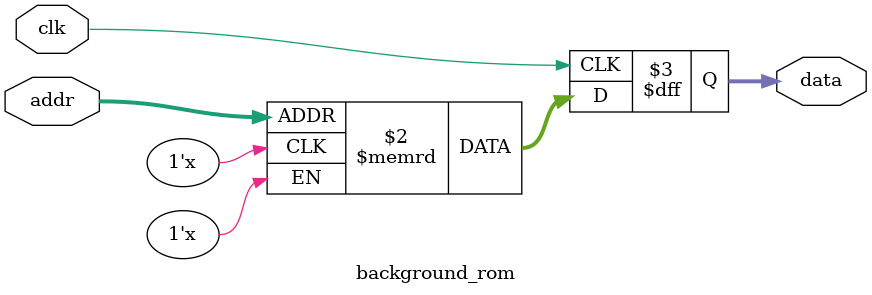
<source format=v>
module master(
   //global inout
   input CLOCK_50, 
   input [3:0] KEY,
   input [0:0] SW,
   output [9:0] LEDR,
   output [6:0] HEX5, HEX4, HEX1, HEX0,

   // VGA out
   output [7:0] VGA_R, VGA_G, VGA_B,
   output VGA_HS, VGA_VS, VGA_BLANK_N, VGA_SYNC_N, VGA_CLK,

   // Audio inout
   input AUD_ADCDAT,
   inout AUD_BCLK, AUD_ADCLRCK, AUD_DACLRCK, FPGA_I2C_SDAT,
   output AUD_XCK, AUD_DACDAT, FPGA_I2C_SCLK
);

   //game resets on negedge SW[0]=0  
   wire reset;
   assign reset = SW[0];
   
   //cross module signals
   wire [3:0] global_box_select;
   wire [3:0] button_on;
   wire [9:0] screen_select;
   assign button_on=KEY;

   //slow clock
   wire slow_clk;
   display_clock displayclock(CLOCK_50, slow_clk);

   //input timer
   wire [31:0] input_timer;

   ////HEX display 
   wire [5:0] high_score;

    // using operators to store tens and ones digit of score 
   wire [3:0] current_tens, current_ones;
   assign current_tens = current_score / 10;
   assign current_ones = current_score % 10;
  
   char_seg7 hex0_disp(.v3(current_ones[3]), .v2(current_ones[2]), .v1(current_ones[1]), .v0(current_ones[0]), .HEX(HEX0));
   char_seg7 hex1_disp(.v3(current_tens[3]), .v2(current_tens[2]), .v1(current_tens[1]), .v0(current_tens[0]), .HEX(HEX1));

   //high score
   wire [5:0] current_score;
   wire [3:0] high_tens, high_ones;
   assign high_tens = high_score / 10;
   assign high_ones = high_score % 10;
  
   char_seg7 hex4_disp(.v3(high_ones[3]), .v2(high_ones[2]), .v1(high_ones[1]), .v0(high_ones[0]), .HEX(HEX4));
   char_seg7 hex5_disp(.v3(high_tens[3]), .v2(high_tens[2]), .v1(high_tens[1]), .v0(high_tens[0]), .HEX(HEX5));

   //game logic module
   simon_game_logic game_logic(
       .CLOCK_50(CLOCK_50),
       .slow_clk(slow_clk),
       .reset(reset),
       .KEY(KEY),
       .button_on(button_on),
       .global_box_select(global_box_select),
       .screen_select(screen_select),
       .LEDR(LEDR),
       .input_timer(input_timer),
       .high_score(high_score),
       .current_score(current_score)
   );

   //VGA display module
   simon_vga_display vga_display(
       .CLOCK_50(CLOCK_50),
       .slow_clk(slow_clk),
       .reset(reset),
       .input_timer(input_timer),
       .global_box_select(global_box_select),
       .screen_select(screen_select),
       .VGA_R(VGA_R),
       .VGA_G(VGA_G),
       .VGA_B(VGA_B),
       .VGA_HS(VGA_HS),
       .VGA_VS(VGA_VS),
       .VGA_BLANK_N(VGA_BLANK_N),
       .VGA_SYNC_N(VGA_SYNC_N),
       .VGA_CLK(VGA_CLK)
   );

   //audio module
   simon_audio_player audio_player(
       .CLOCK_50(CLOCK_50),
       .reset(reset),
       .global_box_select(global_box_select),
       .AUD_ADCDAT(AUD_ADCDAT),
       .AUD_BCLK(AUD_BCLK),
       .AUD_ADCLRCK(AUD_ADCLRCK),
       .AUD_DACLRCK(AUD_DACLRCK),
       .AUD_XCK(AUD_XCK),
       .AUD_DACDAT(AUD_DACDAT)
   );
   avconf #(.USE_MIC_INPUT(1)) avc(
       .FPGA_I2C_SCLK(FPGA_I2C_SCLK),
       .FPGA_I2C_SDAT(FPGA_I2C_SDAT),
       .CLOCK_50(CLOCK_50),
       .reset(reset)
   );
endmodule


//game logic
module simon_game_logic(
   input CLOCK_50,
   input slow_clk,
   input reset,
   input [3:0] KEY,
   input [3:0] button_on,
   output reg [3:0] global_box_select,
   output reg [9:0] screen_select,
   output reg [9:0] LEDR,
   output reg [31:0] input_timer,
   output reg [4:0] high_score,
   output reg [4:0] current_score
);
   // FSM states & state tracker
    reg [9:0] state_current = state_idle;

   localparam state_idle=10'b0000000001;
   localparam state_random=10'b0000000010;
   localparam state_notrandom=10'b0000000100;
   localparam state_display=10'b0000001000;
   localparam state_notdisplay=10'b0000010000;
   localparam state_input=10'b0000100000;
   localparam state_check=10'b0001000000;
   localparam state_over=10'b0010000000;
   localparam state_newround=10'b0100000000;
   localparam state_YOUWIN=10'b1000000000;

    //button states (4 keys in total)
   localparam b_one=2'b00, b_two=2'b01, b_three=2'b10, b_four=2'b11;

    //led states 
   localparam led1=10'b0000000001;
   localparam led2=10'b0000000010;
   localparam led3=10'b0000000100;
   localparam led4=10'b0000001000;
   localparam led_off=10'b1000000000;
   localparam led_win=10'b0101010101;
   localparam led_correct=10'b0000001111;
   localparam led_lose=10'b1111111111;

    // registers for player and computer sequences, and positions
   reg [4:0] disp_pos;
   reg [63:0] computer_seq = 64'b0; //(32 max number of sequences *2 width of button)
   reg [63:0] player_seq = 64'b0;
   reg [4:0] computer_pos;
   reg [4:0] player_pos;
   reg[4:0] game_over_delay;

    //LFSR instantiation for random number generation
   wire [15:0] lfsr;
   randomiser r0(CLOCK_50, reset, lfsr);
   wire [1:0] new_rnd_val;
   assign new_rnd_val = lfsr[1:0];

    //key edge detection 
   reg [3:0] button_pressed_last;
   wire [3:0] button_edge;
 
   assign button_edge[0] = button_on[0] & ~button_pressed_last[0];
   assign button_edge[1] = button_on[1] & ~button_pressed_last[1];
   assign button_edge[2] = button_on[2] & ~button_pressed_last[2];
   assign button_edge[3] = button_on[3] & ~button_pressed_last[3];
 
   wire any_button_edge;
   assign any_button_edge = button_edge[0] | button_edge[1] | button_edge[2] | button_edge[3];
 
   always @(posedge slow_clk or negedge reset) begin
       if (~reset) begin
           button_pressed_last <= 4'b1111; //keys are active low 
       end else begin
           button_pressed_last <= button_on;
       end
   end


   // Main game FSM
   always @(posedge slow_clk or negedge reset) begin
       if (~reset) begin //resets entirely 
           computer_seq <= 64'b0;
           player_seq <= 64'b0;
           computer_pos <= 5'b0;
           player_pos <= 5'b0;
           disp_pos <= 5'b0;
           high_score <= 0;
           LEDR <= led_off;
           global_box_select <= 4'b0000;
           screen_select <= 10'b0000000001;
           input_timer <= 0;
           current_score<=0;
           state_current <= state_idle;
       end else begin
           case (state_current)
               state_idle: begin
                   game_over_delay <= 5'd0; // Reset delay counter
                   screen_select <= 10'b0000000001;

                   if (any_button_edge) begin //only resets subgame -- ie. high score is not reset
                       computer_pos <= 5'b0;
                       computer_seq <= 64'b0;
                       player_seq <= 64'b0;
                       player_pos <= 5'b0;
                       disp_pos <= 5'b0;
                       LEDR <= led_off;
                       input_timer <= 0;
                       current_score<=0;
                       state_current <= state_random;
                       global_box_select <= 4'b0000;
                       screen_select <= 10'b0000000000;
                   end
               end
             
               state_random: begin //samples rng and adds to sequence at current position
                   computer_seq[computer_pos*2+:2] <= new_rnd_val;
                   computer_pos <= computer_pos + 1'b1;
                   state_current <= state_notrandom;
               end

               state_notrandom: begin
                   LEDR <= led_off;
                   disp_pos <= 5'b0;
                   state_current <= state_display;
               end

               state_display: begin //display the computer generated sequence
                   case (computer_seq[disp_pos*2+:2])
                       b_one: begin
                           LEDR <= led1;
                           global_box_select <= 4'b1000;
                       end
                       b_two: begin
                           LEDR <= led2;
                           global_box_select <= 4'b0100;
                       end
                       b_three: begin
                           LEDR <= led3;
                           global_box_select <= 4'b0010;
                       end
                       b_four: begin
                           LEDR <= led4;
                           global_box_select <= 4'b0001;
                       end
                   endcase
                   disp_pos <= disp_pos + 1'b1;  //keep track of how many have been displayed
                   state_current <= state_notdisplay;
               end

               state_notdisplay: begin 
                   LEDR <= led_off;
                   global_box_select <= 4'b0000;
                   if (disp_pos >= computer_pos) begin
                       input_timer <= 0;
                       state_current <= state_input; // if all has been displayed, move to get user input
                   end else begin
                       state_current <= state_display; //checks if all of the sequence has been displayed
                   end
               end

               state_input: begin
                   case (1'b1) //adds user input to player sequence and keeps position
                       button_edge[0]: begin 
                           player_seq[player_pos*2+:2] <= b_one;
                           player_pos <= player_pos + 1'b1;
                           LEDR <= led1;
                       end
                       button_edge[1]: begin
                           player_seq[player_pos*2+:2] <= b_two;
                           player_pos <= player_pos + 1'b1;
                           LEDR <= led2;
                       end
                       button_edge[2]: begin
                           player_seq[player_pos*2+:2] <= b_three;
                           player_pos <= player_pos + 1'b1;
                           LEDR <= led3;
                       end
                       button_edge[3]: begin
                           player_seq[player_pos*2+:2] <= b_four;
                           player_pos <= player_pos + 1'b1;
                           LEDR <= led4;
                       end
                   endcase


                   //box and audio peripheral signals via physical hold
                   if (~KEY[0]) begin
                       global_box_select <= 4'b1000;
                   end else if (~KEY[1]) begin
                       global_box_select <= 4'b0100;
                   end else if (~KEY[2]) begin
                       global_box_select <= 4'b0010;
                   end else if (~KEY[3]) begin
                       global_box_select <= 4'b0001;
                   end else begin
                       global_box_select <= 4'b0000;
                   end

                   input_timer<=input_timer+1; //increment timer until user reaches number of seq
             
                   if (player_pos >= computer_pos) begin
                       state_current <= state_check;
                       global_box_select <= 4'b0000;
                   end
                 
                   if (input_timer >= 32'd15) begin //counts to 14s(15*2*.4s) before terminating
                       state_current<=state_over;
                       screen_select <= 10'b0010000000; //display game over screen 
                   end
               end


               state_check: begin //check that player sequence is equal to computer sequence 
                   if (computer_pos == 0) begin
                       state_current <= state_random;
                   end else if (computer_pos == 32 && computer_seq == player_seq) begin
                       state_current <= state_YOUWIN; //user reached end
                   end else if (computer_seq == player_seq) begin
                       LEDR <= led_correct;
                       current_score <= computer_pos;
                       if(computer_pos>=high_score) begin //check if user has beat highscore 
                           high_score<=computer_pos;
                       end
                       state_current <= state_newround; // game continues - moving to add next sequence 
                   end else begin
                       state_current <= state_over; 
                       screen_select <= 10'b0010000000;
                   end
               end

               state_YOUWIN: begin
                   state_current <= state_idle;
                   LEDR <= led_win;
                   global_box_select <= 4'b0000;
                   screen_select <= 10'b0000000001;
               end
             
               state_over: begin
                   screen_select <= 10'b0010000000;
                   state_current <= state_idle;
                   LEDR <= led_lose;
                   global_box_select <= 4'b0000;
              
               // need delay because state switches almost instantaneously
                   if (game_over_delay >= 5'd40) begin // Show for ~6 seconds (20 * 0.3s)
                       game_over_delay <= 5'd0;
                       state_current <= state_idle;
                   end else begin
                       game_over_delay <= game_over_delay + 1;
                   end
               end

               state_newround: begin
                   LEDR <= led_off;
                   player_seq <= 64'b0;
                   player_pos <= 5'b0;
                   input_timer <= 0;
                   state_current <= state_random;
                   global_box_select <= 4'b0000;
               end


               default: begin
                   state_current <= state_idle;
                   global_box_select <= 4'b0000;
                   screen_select <= 10'b0000000001;
               end
           endcase
       end
   end
endmodule


//GRAPHICS
module simon_vga_display(
   input CLOCK_50,
   input slow_clk,
   input reset,
   input [31:0] input_timer,
   input [3:0] global_box_select,
   input [9:0] screen_select,
   output [7:0] VGA_R, VGA_G, VGA_B,
   output VGA_HS, VGA_VS, VGA_BLANK_N, VGA_SYNC_N, VGA_CLK
);

   parameter nX = 8;
   parameter nY = 8;
   parameter BOX_SIZE_X = 10'd50;
   parameter BOX_SIZE_Y = 9'd50;

   // screen drawing state
   reg draw_full_screen;
   reg [7:0] screen_x_counter;
   reg [6:0] screen_y_counter;
   reg screen_draw_done; // T or F
   reg [9:0] last_state;

    // Detect state changes
    always @(posedge CLOCK_50) begin
        if (~reset) begin
            last_state <= 10'b0000000001;
            draw_full_screen <= 1'b1;  // Draw full screen on reset
            screen_draw_done <= 1'b0;
        end else begin
            last_state <= screen_select;
        
            // Trigger full screen draw when state changes
            if (last_state != screen_select) begin
            draw_full_screen <= 1'b1;
            screen_draw_done <= 1'b0;
            screen_x_counter <= 8'd0;
            screen_y_counter <= 7'd0;
            end
        
            // Full screen drawing logic
            if (draw_full_screen && !screen_draw_done) begin
                if (screen_x_counter == 8'd159) begin
                    screen_x_counter <= 8'd0;
                    if (screen_y_counter == 7'd119) begin
                    screen_draw_done <= 1'b1;
                    draw_full_screen <= 1'b0;
                    end else begin
                    screen_y_counter <= screen_y_counter + 1'b1;
                    end
                end else begin
                    screen_x_counter <= screen_x_counter + 1'b1;
                end
            end
        end
    end

   wire [14:0] pixel_addr;
   wire [5:0] idle_pixel;
   wire [5:0] over_pixel;

   // Select pixel address based on mode
   wire [14:0] screen_pixel_addr;
   wire [14:0] box_pixel_addr;
   assign screen_pixel_addr = screen_y_counter * 160 + screen_x_counter;

   background_rom new_game_background_inst (
   .clk(CLOCK_50),
   .addr(draw_full_screen ? screen_pixel_addr : box_pixel_addr),
   .data(idle_pixel)
   );
   defparam new_game_background_inst.INIT_FILE = "new_game_background_inst.mif";
   background_rom game_over_background_inst (
   .clk(CLOCK_50),
   .addr(draw_full_screen ? screen_pixel_addr : box_pixel_addr),
   .data(over_pixel)
   );
   defparam game_over_background_inst.INIT_FILE = "game_over_background_inst.mif";

   reg [5:0] background_pixel;

   // Select background based on state
   always @(*) begin
       if (screen_select == 10'b0000000001)
           background_pixel = idle_pixel;   // start screen in state_idle
       else if (screen_select == 10'b0010000000)
           background_pixel = over_pixel; // end screen in state_over
       else
           background_pixel = 6'd0;  // Black during gameplay
   end

   parameter X1 = 50, Y1 = 30, COLOR1 = 6'b100000, COLOR1b = 6'b110101;//red, top left, key0
   parameter X2 = 110, Y2 = 30, COLOR2 = 6'b001000, COLOR2b = 6'b011101;//green, top right, key1
   parameter X3 = 50, Y3 = 90, COLOR3 = 6'b000010, COLOR3b = 6'b010111;//blue, bottom left, key 3
   parameter X4 = 110, Y4 = 90, COLOR4 = 6'b101000, COLOR4b = 6'b111101;//yellow, bottom right, key 2


   // FSM combinational logic
   localparam A=2'b00, B=2'b01, C=2'b10, D=2'b11;


   //timer indicator
   parameter X5 = 150, Y5 = 10;        
   parameter timer_size_x = 10'd9;    
   parameter timer_size_y = 9'd9;


   reg [5:0] timer_color;
   always @(posedge slow_clk or negedge reset) begin
       if(~reset)
           timer_color<=6'b111111;
       else if (input_timer < 3)
           timer_color <= 6'b001000;  //green
       else if (input_timer < 7)
           timer_color <= 6'b111101;   //yellow
       else if (input_timer < 12)
           timer_color <= 6'b111000;  //orange
       else
           timer_color <= 6'b100000;  //red
   end

   reg [2:0] box_select = 0;
   reg [1:0] y_Q, Y_D;
   reg [5:0] color;
   reg [nX-1:0] X;
   reg [nY-1:0] Y;
   reg [nX-1:0] current_size_x;
   reg [nY-1:0] current_size_y;

   // Clock domain crossing synchronizer
   reg [3:0] global_box_select_syncing;
   reg [3:0] global_box_select_synced;


    always @(posedge CLOCK_50) begin
        if (~reset || draw_full_screen || box_select >= 5) begin
            box_select <= 0;
        end else if (y_Q == D) begin
            box_select <= box_select + 1;
        end
    end

   //make indicator only flash every other slow clk cycle
   reg flash;
   always @(posedge slow_clk or negedge reset) begin
       if (~reset)
           flash<= 1'b0;
       else
           flash<= ~flash;
   end


   always @(posedge CLOCK_50 or negedge reset) begin
       if (~reset) begin
           global_box_select_syncing <= 4'b0000;
           global_box_select_synced <= 4'b0000;
           X <= X1;
           Y <= Y1;
           color <= COLOR1;
       end else begin
           global_box_select_syncing <= global_box_select;
           global_box_select_synced <= global_box_select_syncing;


           case (box_select)
               3'd0: begin
                   X <= X1; Y <= Y1;
                   color <= (global_box_select_synced == 4'b0001) ? COLOR1b : COLOR1;
                   current_size_x <= BOX_SIZE_X;
                   current_size_y <= BOX_SIZE_Y;
               end
               3'd1: begin
                   X <= X2; Y <= Y2;
                   color <= (global_box_select_synced == 4'b0010) ? COLOR2b : COLOR2;
                   current_size_x <= BOX_SIZE_X;
                   current_size_y <= BOX_SIZE_Y;
               end
               3'd2: begin
                   X <= X3; Y <= Y3;
                   color = (global_box_select_synced == 4'b0100) ? COLOR3b : COLOR3;
                   current_size_x <= BOX_SIZE_X;
                   current_size_y <= BOX_SIZE_Y;
               end
               3'd3: begin
                   X <= X4; Y <= Y4;
                   color = (global_box_select_synced == 4'b1000) ? COLOR4b : COLOR4;
                   current_size_x <= BOX_SIZE_X;
                   current_size_y <= BOX_SIZE_Y;
               end
               3'd4: begin
                   X <= X5; Y <= Y5;
                   color <= flash? timer_color: 6'b000000;  // Flash on/off
                   current_size_x <= timer_size_x;
                   current_size_y <= timer_size_y;
               end
       endcase
       end
   end

   wire go = 1'b1;
   wire [nX-1:0] size_x = current_size_x;
   wire [nY-1:0] size_y = current_size_y;
   wire [nX-1:0] XC;
   wire [nY-1:0] YC;
   wire [nX-1:0] current_x;
   wire [nY-1:0] current_y;

   assign current_x = X - (size_x >> 1) + XC;
   assign current_y = Y - (size_y >> 1) + YC;
   assign box_pixel_addr = current_y * 160 + current_x;

   reg write, Lxc, Lyc, Exc, Eyc;

   // Output to VGA - choose between full screen draw or box draw
   wire [7:0] vga_x_out;
   wire [6:0] vga_y_out;
   wire [5:0] vga_color_out;
   wire vga_write_out;

   assign vga_x_out = draw_full_screen ? screen_x_counter : current_x;
   assign vga_y_out = draw_full_screen ? screen_y_counter : current_y;
   assign vga_color_out = draw_full_screen ? background_pixel : (write ? color : background_pixel);
   assign vga_write_out = draw_full_screen ? 1'b1 : write;


   Up_count U1 ({nX{1'd0}}, CLOCK_50, reset, Lxc, Exc, XC);
       defparam U1.n = nX;
   Up_count U2 ({nY{1'd0}}, CLOCK_50, reset, Lyc, Eyc, YC);
       defparam U2.n = nY;

   always @ (*)
       case (y_Q)
           A:  Y_D = go ? B : A;
           B:  Y_D = (XC != size_x-1) ? B : C;
           C:  Y_D = (YC != size_y-1) ? B : D;
           D:  Y_D = A;
       endcase
     
   always @ (*) begin
       write = 1'b0; Lxc = 1'b0; Lyc = 1'b0; Exc = 1'b0; Eyc = 1'b0;  
       // Only draw boxes if NOT drawing full screen AND NOT in idle/game over states
       if (!draw_full_screen && screen_select != 10'b0000000001 && screen_select != 10'b0010000000)
        begin // Not game over
        case (y_Q)
            A:  begin Lxc = 1'b1; Lyc = 1'b1; end
            B:  begin Exc = 1'b1; write = 1'b1; end
            C:  begin Lxc = 1'b1; Eyc = 1'b1; end
            D:  Lyc = 1'b1;
        endcase
        end
    end

   always @(posedge CLOCK_50 or negedge reset) begin
       if (~reset) begin
           y_Q <= A;
       end else if (draw_full_screen) begin
         y_Q <= A;
       end else begin
           y_Q <= Y_D;
       end
   end
  
      vga_adapter vga(
       .resetn(reset),
       .clock(CLOCK_50),
       .color(vga_color_out),  // not sure if this will mess smth up
       .x(vga_x_out),
       .y(vga_y_out),
       .write(vga_write_out),  // also not sure if this will work
       .VGA_R(VGA_R),
       .VGA_G(VGA_G),
       .VGA_B(VGA_B),
       .VGA_HS(VGA_HS),
       .VGA_VS(VGA_VS),
       .VGA_BLANK_N(VGA_BLANK_N),
       .VGA_SYNC_N(VGA_SYNC_N),
       .VGA_CLK(VGA_CLK)
   );
endmodule


//AUDIO
module simon_audio_player(
   input CLOCK_50,
   input reset,
   input [4:0] global_box_select,
   input AUD_ADCDAT,
   inout AUD_BCLK, AUD_ADCLRCK, AUD_DACLRCK,
   output AUD_XCK, AUD_DACDAT
);

   wire audio_in_available;
   reg [31:0] left_channel_audio_in;
   reg [31:0] right_channel_audio_in;
   wire read_audio_in;

   wire audio_out_allowed;
   wire [31:0] left_channel_audio_out;
   wire [31:0] right_channel_audio_out;
   reg write_audio_out;

   wire [31:0] q_data;
   wire [31:0] q_data_B, q_data_G, q_data_E, q_data_C;

   reg playback;
   reg [12:0] addr_cnt;
   reg is_lower;
   reg delay;
   reg enable;
   reg [1:0] selected_audio;

   // Mux for selecting audio source
   assign q_data = (selected_audio == 2'b00) ? q_data_B :
                   (selected_audio == 2'b01) ? q_data_G :
                   (selected_audio == 2'b10) ? q_data_E :
                   q_data_C;

   // Clock domain crossing synchronizer
   reg [3:0] global_box_select_syncing;
   reg [3:0] global_box_select_synced;
   reg [3:0] global_box_select_last;

   always @(posedge CLOCK_50 or negedge reset) begin
       if (~reset) begin
           global_box_select_syncing <= 4'b0000;
           global_box_select_synced <= 4'b0000;
         
       end else begin
           global_box_select_syncing <= global_box_select;
           global_box_select_synced <= global_box_select_syncing;
           global_box_select_last<=global_box_select_synced;
       end
   end
   //edge detection
   wire audio_edge;
   assign audio_edge = (global_box_select_synced != 4'b0000) && (global_box_select_last == 4'b0000);

   // Audio playback control- same as vga signal
   always @(posedge CLOCK_50 or negedge reset) begin
       if (~reset) begin
           addr_cnt <= 13'b0;
           write_audio_out <= 1'b0;
           playback <= 1'b0;
           selected_audio <= 2'b00;

       end else if (audio_edge) begin 
           playback <= 1'b1;
           addr_cnt <= 13'b0;
           write_audio_out <= 1'b0;
         
           case (global_box_select_synced)
               4'b0001: selected_audio <= 2'b00;
               4'b0010: selected_audio <= 2'b01;
               4'b0100: selected_audio <= 2'b10;
               4'b1000: selected_audio <= 2'b11;
           endcase

       end else if (audio_out_allowed && playback) begin
           if (enable)
               addr_cnt <= addr_cnt + 1;
           write_audio_out <= 1'b1;
           if (addr_cnt == 13'd8191 && enable)
               playback <= 1'b0;
       end
   end

   // Down sampling logic
   always @(posedge CLOCK_50 or negedge reset) begin
       if (~reset) begin
           enable <= 1'b0;
           is_lower <= 1'b0;
           delay <= 1'b0;
       end else if (audio_out_allowed && playback) begin
           if (delay && is_lower) begin
               enable <= 1'b1;
               delay <= 1'b0;
           end else if (delay) begin
               enable <= 1'b0;
           end else if (is_lower) begin
               delay <= ~delay;
               enable <= 1'b0;
           end else begin
               enable <= 1'b0;
           end
           is_lower <= ~is_lower;
       end
   end

   assign left_channel_audio_out = (is_lower) ? {q_data[15:0], 16'b0} : {q_data[31:16], 16'b0};
   assign right_channel_audio_out = (is_lower) ? {q_data[15:0], 16'b0} : {q_data[31:16], 16'b0};
 
   //rom inst
   piano_key_B piano_key_B_inst (
       .address ( addr_cnt ),
       .clock ( CLOCK_50 ),
       .data (  ),
       .q ( q_data_B )
   );

   piano_key_G piano_key_G_inst(
       .address ( addr_cnt ),
       .clock ( CLOCK_50 ),
       .data (  ),
       .q ( q_data_G )
   );

   piano_key_E piano_key_E_inst (
       .address ( addr_cnt ),
       .clock ( CLOCK_50 ),
       .data (  ),
       .q ( q_data_E )
   );

   piano_key_C piano_key_C_inst(
       .address ( addr_cnt ),
       .clock ( CLOCK_50 ),
       .data (  ),
       .q ( q_data_C )
   );

   // Audio controller
   Audio_Controller Audio_Controller (
       .CLOCK_50(CLOCK_50),
       .reset(~reset),
       .clear_audio_in_memory(),
       .read_audio_in(read_audio_in),
       .clear_audio_out_memory(),
       .left_channel_audio_out(left_channel_audio_out),
       .right_channel_audio_out(right_channel_audio_out),
       .write_audio_out(write_audio_out),
       .AUD_ADCDAT(AUD_ADCDAT),
       .AUD_BCLK(AUD_BCLK),
       .AUD_ADCLRCK(AUD_ADCLRCK),
       .AUD_DACLRCK(AUD_DACLRCK),
       .audio_in_available(audio_in_available),
       .left_channel_audio_in(),
       .right_channel_audio_in(),
       .audio_out_allowed(audio_out_allowed),
       .AUD_XCK(AUD_XCK),
       .AUD_DACDAT(AUD_DACDAT)
   );
endmodule

////////////////////////HELPERS
module randomiser(clk, reset, lfsr);
   input clk, reset;
   output reg [15:0] lfsr;
   wire feedback;
   assign feedback = lfsr[15] ^ lfsr[14] ^ lfsr[3] ^ lfsr[0];//taps from maximal lfsr wiki page

   always @(posedge clk or negedge reset) begin
       if (~reset) begin
           lfsr <= 16'hECE2;
       end else begin
           lfsr <= {lfsr[14:0], feedback};
       end
   end
endmodule

module display_clock(clk, slow_clk);
   input clk;
   output reg slow_clk;
   reg [27:0] counter = 0;
 
   initial begin
       slow_clk = 0; 
   end

   always @(posedge clk) begin
       if (counter >= 28'd14999999) begin
           counter <= 0;
           slow_clk <= ~slow_clk;
       end else begin
           counter <= counter + 1;
       end
   end
endmodule


//for vga display
module Up_count (R, clk, resetn, L, E, Q);
   parameter n = 8;
   input [n-1:0] R;
   input clk, resetn, E, L;
   output reg [n-1:0] Q;

   always @ (posedge clk)
       if (~resetn)
           Q <= {n{1'b0}};
       else if (L == 1)
           Q <= R;
       else if (E)
           Q <= Q + 1'b1;
endmodule

//for hex display
module char_seg7(v3, v2, v1, v0, HEX);
   input v3, v2, v1, v0;
   output [6:0] HEX;


   assign HEX[0]=(v2&~v1&~v0)|(~v3&~v2&~v1&v0);
   assign HEX[1]=(v2&v1&~v0)|(v2&~v1&v0);
   assign HEX[2]=(~v2&v1&~v0);
   assign HEX[3]=(~v3&~v2&~v1&v0)|(v2&~v1&~v0)|(v2&v1&v0);
   assign HEX[4]=(v0|(v2&~v1&~v0));
   assign HEX[5]=(v1&v0)|(~v3&~v2&~v1&v0)|(~v2&v1&~v0);
   assign HEX[6]=(~v3&~v2&~v1)|(v2&v1&v0);
endmodule

module background_rom(clk, addr, data);
  parameter INIT_FILE = "background.mif";
  parameter ADDR_WIDTH = 15;  // Adjust based on resolution
  parameter DATA_WIDTH = 6;  // 6-bit RGB

  input clk;
  input [ADDR_WIDTH-1:0] addr;
  output reg [DATA_WIDTH-1:0] data;

  (* ram_init_file = INIT_FILE *) reg [DATA_WIDTH-1:0] mem [0:(1<<ADDR_WIDTH)-1];
 
  always @(posedge clk) begin
      data <= mem[addr];
  end
endmodule

</source>
